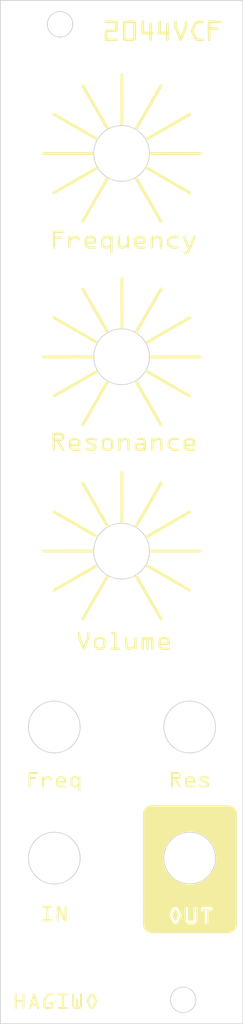
<source format=kicad_pcb>
(kicad_pcb (version 20171130) (host pcbnew "(5.1.9)-1")
  (layers (0 F.Cu signal) (31 B.Cu signal) (34 B.Paste user) (35 F.Paste user) (36 B.SilkS user) (37 F.SilkS user) (38 B.Mask user) (39 F.Mask user) (44 Edge.Cuts user))
  (net 0 "")
  (module silk:silk (layer F.Cu) (at 123.3 104.75)
    (fp_text reference G*** hide)
    (fp_text value LOGO hide)
  )
  (gr_circle (center 114.797589 148.198581) (end 118.047589 148.198581) (layer Edge.Cuts) (width 0.1))
  (gr_circle (center 131 166) (end 132.6 166) (layer Edge.Cuts) (width 0.1))
  (gr_circle (center 114.797589 131.738061) (end 118.047589 131.738061) (layer Edge.Cuts) (width 0.1))
  (gr_circle (center 131.820993 148.198581) (end 135.070993 148.198581) (layer Edge.Cuts) (width 0.1))
  (gr_circle (center 115.52 43.5) (end 117.12 43.5) (layer Edge.Cuts) (width 0.1))
  (gr_circle (center 131.820993 131.738061) (end 135.070993 131.738061) (layer Edge.Cuts) (width 0.1))
  (gr_circle (center 123.26 59.711258) (end 126.76 59.711258) (layer Edge.Cuts) (width 0.1))
  (gr_line (start 138.5 40.5) (end 138.5 169) (layer Edge.Cuts) (width 0.1))
  (gr_line (start 108.02 40.5) (end 138.5 40.5) (layer Edge.Cuts) (width 0.1))
  (gr_circle (center 123.26 109.657954) (end 126.76 109.657954) (layer Edge.Cuts) (width 0.1))
  (gr_line (start 108.02 169) (end 108.02 40.5) (layer Edge.Cuts) (width 0.1))
  (gr_circle (center 123.26 85.24694) (end 126.76 85.24694) (layer Edge.Cuts) (width 0.1))
  (gr_line (start 138.5 169) (end 108.02 169) (layer Edge.Cuts) (width 0.1))
)
</source>
